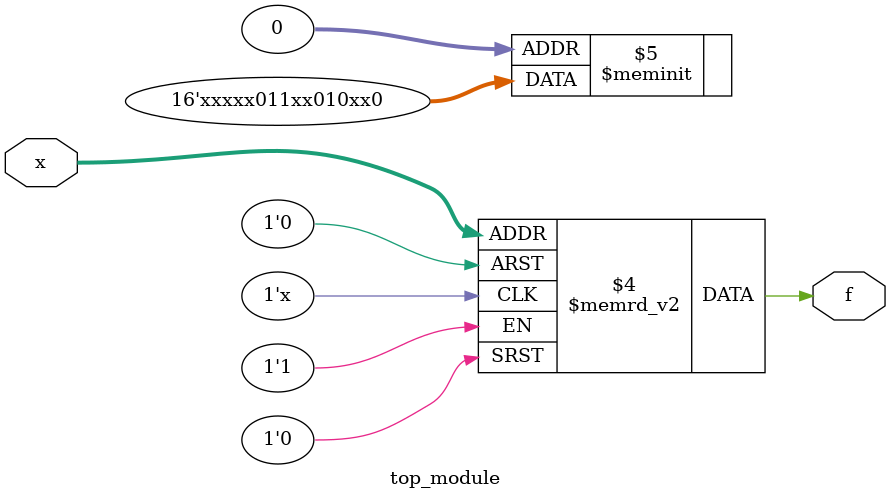
<source format=sv>
module top_module (
	input [4:1] x,
	output logic f
);
    
    always_comb begin
        case (x)
            4'b0000:
                f = 1'b0;
            4'b0001:
                f = 1'bx; // don't care value
            4'b0010:
                f = 1'bx; // don't care value
            4'b0011:
                f = 1'b0;
            4'b0100:
                f = 1'b1;
            4'b0101:
                f = 1'b0;
            4'b0110:
                f = 1'bx; // don't care value
            4'b0111:
                f = 1'bx; // don't care value
            4'b1000:
                f = 1'b1;
            4'b1001:
                f = 1'b1;
            4'b1010:
                f = 1'b0;
            4'b1011:
                f = 1'bx; // don't care value
            4'b1100:
                f = 1'bx; // don't care value
            4'b1101:
                f = 1'bx; // don't care value
            4'b1110:
                f = 1'bx; // don't care value
            4'b1111:
                f = 1'bx; // don't care value
        endcase
    end
    
endmodule

</source>
